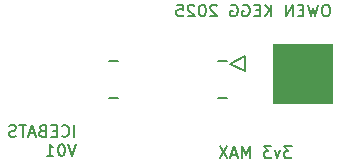
<source format=gbr>
%TF.GenerationSoftware,KiCad,Pcbnew,9.0.2*%
%TF.CreationDate,2025-06-09T13:24:08-05:00*%
%TF.ProjectId,ICEBATS384,49434542-4154-4533-9338-342e6b696361,rev?*%
%TF.SameCoordinates,Original*%
%TF.FileFunction,Legend,Bot*%
%TF.FilePolarity,Positive*%
%FSLAX46Y46*%
G04 Gerber Fmt 4.6, Leading zero omitted, Abs format (unit mm)*
G04 Created by KiCad (PCBNEW 9.0.2) date 2025-06-09 13:24:08*
%MOMM*%
%LPD*%
G01*
G04 APERTURE LIST*
%ADD10C,0.150000*%
%ADD11C,0.100000*%
%ADD12C,0.152400*%
%ADD13R,0.220000X0.900000*%
%ADD14R,0.500000X0.850000*%
%ADD15C,2.200000*%
G04 APERTURE END LIST*
D10*
X50458458Y-45669819D02*
X49839411Y-45669819D01*
X49839411Y-45669819D02*
X50172744Y-46050771D01*
X50172744Y-46050771D02*
X50029887Y-46050771D01*
X50029887Y-46050771D02*
X49934649Y-46098390D01*
X49934649Y-46098390D02*
X49887030Y-46146009D01*
X49887030Y-46146009D02*
X49839411Y-46241247D01*
X49839411Y-46241247D02*
X49839411Y-46479342D01*
X49839411Y-46479342D02*
X49887030Y-46574580D01*
X49887030Y-46574580D02*
X49934649Y-46622200D01*
X49934649Y-46622200D02*
X50029887Y-46669819D01*
X50029887Y-46669819D02*
X50315601Y-46669819D01*
X50315601Y-46669819D02*
X50410839Y-46622200D01*
X50410839Y-46622200D02*
X50458458Y-46574580D01*
X49506077Y-46003152D02*
X49267982Y-46669819D01*
X49267982Y-46669819D02*
X49029887Y-46003152D01*
X48744172Y-45669819D02*
X48125125Y-45669819D01*
X48125125Y-45669819D02*
X48458458Y-46050771D01*
X48458458Y-46050771D02*
X48315601Y-46050771D01*
X48315601Y-46050771D02*
X48220363Y-46098390D01*
X48220363Y-46098390D02*
X48172744Y-46146009D01*
X48172744Y-46146009D02*
X48125125Y-46241247D01*
X48125125Y-46241247D02*
X48125125Y-46479342D01*
X48125125Y-46479342D02*
X48172744Y-46574580D01*
X48172744Y-46574580D02*
X48220363Y-46622200D01*
X48220363Y-46622200D02*
X48315601Y-46669819D01*
X48315601Y-46669819D02*
X48601315Y-46669819D01*
X48601315Y-46669819D02*
X48696553Y-46622200D01*
X48696553Y-46622200D02*
X48744172Y-46574580D01*
X46934648Y-46669819D02*
X46934648Y-45669819D01*
X46934648Y-45669819D02*
X46601315Y-46384104D01*
X46601315Y-46384104D02*
X46267982Y-45669819D01*
X46267982Y-45669819D02*
X46267982Y-46669819D01*
X45839410Y-46384104D02*
X45363220Y-46384104D01*
X45934648Y-46669819D02*
X45601315Y-45669819D01*
X45601315Y-45669819D02*
X45267982Y-46669819D01*
X45029886Y-45669819D02*
X44363220Y-46669819D01*
X44363220Y-45669819D02*
X45029886Y-46669819D01*
X53472744Y-33669819D02*
X53282268Y-33669819D01*
X53282268Y-33669819D02*
X53187030Y-33717438D01*
X53187030Y-33717438D02*
X53091792Y-33812676D01*
X53091792Y-33812676D02*
X53044173Y-34003152D01*
X53044173Y-34003152D02*
X53044173Y-34336485D01*
X53044173Y-34336485D02*
X53091792Y-34526961D01*
X53091792Y-34526961D02*
X53187030Y-34622200D01*
X53187030Y-34622200D02*
X53282268Y-34669819D01*
X53282268Y-34669819D02*
X53472744Y-34669819D01*
X53472744Y-34669819D02*
X53567982Y-34622200D01*
X53567982Y-34622200D02*
X53663220Y-34526961D01*
X53663220Y-34526961D02*
X53710839Y-34336485D01*
X53710839Y-34336485D02*
X53710839Y-34003152D01*
X53710839Y-34003152D02*
X53663220Y-33812676D01*
X53663220Y-33812676D02*
X53567982Y-33717438D01*
X53567982Y-33717438D02*
X53472744Y-33669819D01*
X52710839Y-33669819D02*
X52472744Y-34669819D01*
X52472744Y-34669819D02*
X52282268Y-33955533D01*
X52282268Y-33955533D02*
X52091792Y-34669819D01*
X52091792Y-34669819D02*
X51853697Y-33669819D01*
X51472744Y-34146009D02*
X51139411Y-34146009D01*
X50996554Y-34669819D02*
X51472744Y-34669819D01*
X51472744Y-34669819D02*
X51472744Y-33669819D01*
X51472744Y-33669819D02*
X50996554Y-33669819D01*
X50567982Y-34669819D02*
X50567982Y-33669819D01*
X50567982Y-33669819D02*
X49996554Y-34669819D01*
X49996554Y-34669819D02*
X49996554Y-33669819D01*
X48758458Y-34669819D02*
X48758458Y-33669819D01*
X48187030Y-34669819D02*
X48615601Y-34098390D01*
X48187030Y-33669819D02*
X48758458Y-34241247D01*
X47758458Y-34146009D02*
X47425125Y-34146009D01*
X47282268Y-34669819D02*
X47758458Y-34669819D01*
X47758458Y-34669819D02*
X47758458Y-33669819D01*
X47758458Y-33669819D02*
X47282268Y-33669819D01*
X46329887Y-33717438D02*
X46425125Y-33669819D01*
X46425125Y-33669819D02*
X46567982Y-33669819D01*
X46567982Y-33669819D02*
X46710839Y-33717438D01*
X46710839Y-33717438D02*
X46806077Y-33812676D01*
X46806077Y-33812676D02*
X46853696Y-33907914D01*
X46853696Y-33907914D02*
X46901315Y-34098390D01*
X46901315Y-34098390D02*
X46901315Y-34241247D01*
X46901315Y-34241247D02*
X46853696Y-34431723D01*
X46853696Y-34431723D02*
X46806077Y-34526961D01*
X46806077Y-34526961D02*
X46710839Y-34622200D01*
X46710839Y-34622200D02*
X46567982Y-34669819D01*
X46567982Y-34669819D02*
X46472744Y-34669819D01*
X46472744Y-34669819D02*
X46329887Y-34622200D01*
X46329887Y-34622200D02*
X46282268Y-34574580D01*
X46282268Y-34574580D02*
X46282268Y-34241247D01*
X46282268Y-34241247D02*
X46472744Y-34241247D01*
X45329887Y-33717438D02*
X45425125Y-33669819D01*
X45425125Y-33669819D02*
X45567982Y-33669819D01*
X45567982Y-33669819D02*
X45710839Y-33717438D01*
X45710839Y-33717438D02*
X45806077Y-33812676D01*
X45806077Y-33812676D02*
X45853696Y-33907914D01*
X45853696Y-33907914D02*
X45901315Y-34098390D01*
X45901315Y-34098390D02*
X45901315Y-34241247D01*
X45901315Y-34241247D02*
X45853696Y-34431723D01*
X45853696Y-34431723D02*
X45806077Y-34526961D01*
X45806077Y-34526961D02*
X45710839Y-34622200D01*
X45710839Y-34622200D02*
X45567982Y-34669819D01*
X45567982Y-34669819D02*
X45472744Y-34669819D01*
X45472744Y-34669819D02*
X45329887Y-34622200D01*
X45329887Y-34622200D02*
X45282268Y-34574580D01*
X45282268Y-34574580D02*
X45282268Y-34241247D01*
X45282268Y-34241247D02*
X45472744Y-34241247D01*
X44139410Y-33765057D02*
X44091791Y-33717438D01*
X44091791Y-33717438D02*
X43996553Y-33669819D01*
X43996553Y-33669819D02*
X43758458Y-33669819D01*
X43758458Y-33669819D02*
X43663220Y-33717438D01*
X43663220Y-33717438D02*
X43615601Y-33765057D01*
X43615601Y-33765057D02*
X43567982Y-33860295D01*
X43567982Y-33860295D02*
X43567982Y-33955533D01*
X43567982Y-33955533D02*
X43615601Y-34098390D01*
X43615601Y-34098390D02*
X44187029Y-34669819D01*
X44187029Y-34669819D02*
X43567982Y-34669819D01*
X42948934Y-33669819D02*
X42853696Y-33669819D01*
X42853696Y-33669819D02*
X42758458Y-33717438D01*
X42758458Y-33717438D02*
X42710839Y-33765057D01*
X42710839Y-33765057D02*
X42663220Y-33860295D01*
X42663220Y-33860295D02*
X42615601Y-34050771D01*
X42615601Y-34050771D02*
X42615601Y-34288866D01*
X42615601Y-34288866D02*
X42663220Y-34479342D01*
X42663220Y-34479342D02*
X42710839Y-34574580D01*
X42710839Y-34574580D02*
X42758458Y-34622200D01*
X42758458Y-34622200D02*
X42853696Y-34669819D01*
X42853696Y-34669819D02*
X42948934Y-34669819D01*
X42948934Y-34669819D02*
X43044172Y-34622200D01*
X43044172Y-34622200D02*
X43091791Y-34574580D01*
X43091791Y-34574580D02*
X43139410Y-34479342D01*
X43139410Y-34479342D02*
X43187029Y-34288866D01*
X43187029Y-34288866D02*
X43187029Y-34050771D01*
X43187029Y-34050771D02*
X43139410Y-33860295D01*
X43139410Y-33860295D02*
X43091791Y-33765057D01*
X43091791Y-33765057D02*
X43044172Y-33717438D01*
X43044172Y-33717438D02*
X42948934Y-33669819D01*
X42234648Y-33765057D02*
X42187029Y-33717438D01*
X42187029Y-33717438D02*
X42091791Y-33669819D01*
X42091791Y-33669819D02*
X41853696Y-33669819D01*
X41853696Y-33669819D02*
X41758458Y-33717438D01*
X41758458Y-33717438D02*
X41710839Y-33765057D01*
X41710839Y-33765057D02*
X41663220Y-33860295D01*
X41663220Y-33860295D02*
X41663220Y-33955533D01*
X41663220Y-33955533D02*
X41710839Y-34098390D01*
X41710839Y-34098390D02*
X42282267Y-34669819D01*
X42282267Y-34669819D02*
X41663220Y-34669819D01*
X40758458Y-33669819D02*
X41234648Y-33669819D01*
X41234648Y-33669819D02*
X41282267Y-34146009D01*
X41282267Y-34146009D02*
X41234648Y-34098390D01*
X41234648Y-34098390D02*
X41139410Y-34050771D01*
X41139410Y-34050771D02*
X40901315Y-34050771D01*
X40901315Y-34050771D02*
X40806077Y-34098390D01*
X40806077Y-34098390D02*
X40758458Y-34146009D01*
X40758458Y-34146009D02*
X40710839Y-34241247D01*
X40710839Y-34241247D02*
X40710839Y-34479342D01*
X40710839Y-34479342D02*
X40758458Y-34574580D01*
X40758458Y-34574580D02*
X40806077Y-34622200D01*
X40806077Y-34622200D02*
X40901315Y-34669819D01*
X40901315Y-34669819D02*
X41139410Y-34669819D01*
X41139410Y-34669819D02*
X41234648Y-34622200D01*
X41234648Y-34622200D02*
X41282267Y-34574580D01*
X32063220Y-44859875D02*
X32063220Y-43859875D01*
X31015602Y-44764636D02*
X31063221Y-44812256D01*
X31063221Y-44812256D02*
X31206078Y-44859875D01*
X31206078Y-44859875D02*
X31301316Y-44859875D01*
X31301316Y-44859875D02*
X31444173Y-44812256D01*
X31444173Y-44812256D02*
X31539411Y-44717017D01*
X31539411Y-44717017D02*
X31587030Y-44621779D01*
X31587030Y-44621779D02*
X31634649Y-44431303D01*
X31634649Y-44431303D02*
X31634649Y-44288446D01*
X31634649Y-44288446D02*
X31587030Y-44097970D01*
X31587030Y-44097970D02*
X31539411Y-44002732D01*
X31539411Y-44002732D02*
X31444173Y-43907494D01*
X31444173Y-43907494D02*
X31301316Y-43859875D01*
X31301316Y-43859875D02*
X31206078Y-43859875D01*
X31206078Y-43859875D02*
X31063221Y-43907494D01*
X31063221Y-43907494D02*
X31015602Y-43955113D01*
X30587030Y-44336065D02*
X30253697Y-44336065D01*
X30110840Y-44859875D02*
X30587030Y-44859875D01*
X30587030Y-44859875D02*
X30587030Y-43859875D01*
X30587030Y-43859875D02*
X30110840Y-43859875D01*
X29348935Y-44336065D02*
X29206078Y-44383684D01*
X29206078Y-44383684D02*
X29158459Y-44431303D01*
X29158459Y-44431303D02*
X29110840Y-44526541D01*
X29110840Y-44526541D02*
X29110840Y-44669398D01*
X29110840Y-44669398D02*
X29158459Y-44764636D01*
X29158459Y-44764636D02*
X29206078Y-44812256D01*
X29206078Y-44812256D02*
X29301316Y-44859875D01*
X29301316Y-44859875D02*
X29682268Y-44859875D01*
X29682268Y-44859875D02*
X29682268Y-43859875D01*
X29682268Y-43859875D02*
X29348935Y-43859875D01*
X29348935Y-43859875D02*
X29253697Y-43907494D01*
X29253697Y-43907494D02*
X29206078Y-43955113D01*
X29206078Y-43955113D02*
X29158459Y-44050351D01*
X29158459Y-44050351D02*
X29158459Y-44145589D01*
X29158459Y-44145589D02*
X29206078Y-44240827D01*
X29206078Y-44240827D02*
X29253697Y-44288446D01*
X29253697Y-44288446D02*
X29348935Y-44336065D01*
X29348935Y-44336065D02*
X29682268Y-44336065D01*
X28729887Y-44574160D02*
X28253697Y-44574160D01*
X28825125Y-44859875D02*
X28491792Y-43859875D01*
X28491792Y-43859875D02*
X28158459Y-44859875D01*
X27967982Y-43859875D02*
X27396554Y-43859875D01*
X27682268Y-44859875D02*
X27682268Y-43859875D01*
X27110839Y-44812256D02*
X26967982Y-44859875D01*
X26967982Y-44859875D02*
X26729887Y-44859875D01*
X26729887Y-44859875D02*
X26634649Y-44812256D01*
X26634649Y-44812256D02*
X26587030Y-44764636D01*
X26587030Y-44764636D02*
X26539411Y-44669398D01*
X26539411Y-44669398D02*
X26539411Y-44574160D01*
X26539411Y-44574160D02*
X26587030Y-44478922D01*
X26587030Y-44478922D02*
X26634649Y-44431303D01*
X26634649Y-44431303D02*
X26729887Y-44383684D01*
X26729887Y-44383684D02*
X26920363Y-44336065D01*
X26920363Y-44336065D02*
X27015601Y-44288446D01*
X27015601Y-44288446D02*
X27063220Y-44240827D01*
X27063220Y-44240827D02*
X27110839Y-44145589D01*
X27110839Y-44145589D02*
X27110839Y-44050351D01*
X27110839Y-44050351D02*
X27063220Y-43955113D01*
X27063220Y-43955113D02*
X27015601Y-43907494D01*
X27015601Y-43907494D02*
X26920363Y-43859875D01*
X26920363Y-43859875D02*
X26682268Y-43859875D01*
X26682268Y-43859875D02*
X26539411Y-43907494D01*
X32206077Y-45469819D02*
X31872744Y-46469819D01*
X31872744Y-46469819D02*
X31539411Y-45469819D01*
X31015601Y-45469819D02*
X30920363Y-45469819D01*
X30920363Y-45469819D02*
X30825125Y-45517438D01*
X30825125Y-45517438D02*
X30777506Y-45565057D01*
X30777506Y-45565057D02*
X30729887Y-45660295D01*
X30729887Y-45660295D02*
X30682268Y-45850771D01*
X30682268Y-45850771D02*
X30682268Y-46088866D01*
X30682268Y-46088866D02*
X30729887Y-46279342D01*
X30729887Y-46279342D02*
X30777506Y-46374580D01*
X30777506Y-46374580D02*
X30825125Y-46422200D01*
X30825125Y-46422200D02*
X30920363Y-46469819D01*
X30920363Y-46469819D02*
X31015601Y-46469819D01*
X31015601Y-46469819D02*
X31110839Y-46422200D01*
X31110839Y-46422200D02*
X31158458Y-46374580D01*
X31158458Y-46374580D02*
X31206077Y-46279342D01*
X31206077Y-46279342D02*
X31253696Y-46088866D01*
X31253696Y-46088866D02*
X31253696Y-45850771D01*
X31253696Y-45850771D02*
X31206077Y-45660295D01*
X31206077Y-45660295D02*
X31158458Y-45565057D01*
X31158458Y-45565057D02*
X31110839Y-45517438D01*
X31110839Y-45517438D02*
X31015601Y-45469819D01*
X29729887Y-46469819D02*
X30301315Y-46469819D01*
X30015601Y-46469819D02*
X30015601Y-45469819D01*
X30015601Y-45469819D02*
X30110839Y-45612676D01*
X30110839Y-45612676D02*
X30206077Y-45707914D01*
X30206077Y-45707914D02*
X30301315Y-45755533D01*
D11*
X48900000Y-37000000D02*
X53900000Y-37000000D01*
X53900000Y-42000000D01*
X48900000Y-42000000D01*
X48900000Y-37000000D01*
G36*
X48900000Y-37000000D02*
G01*
X53900000Y-37000000D01*
X53900000Y-42000000D01*
X48900000Y-42000000D01*
X48900000Y-37000000D01*
G37*
D12*
%TO.C,J2*%
X46523990Y-38050000D02*
X46523990Y-39320000D01*
X46523990Y-39320000D02*
X45253990Y-38685000D01*
X45253990Y-38685000D02*
X46523990Y-38050000D01*
X44999990Y-41565000D02*
X44230040Y-41565000D01*
X44230040Y-38435001D02*
X44999990Y-38435001D01*
X35769960Y-41565000D02*
X35000010Y-41565000D01*
X35000010Y-38435001D02*
X35769960Y-38435001D01*
%TD*%
%LPC*%
D13*
%TO.C,J2*%
X43800000Y-38685001D03*
X43400001Y-38685001D03*
X42999999Y-38685001D03*
X42600000Y-38685001D03*
X42200001Y-38685001D03*
X41799999Y-38685001D03*
X41400000Y-38685001D03*
X41000001Y-38685001D03*
X40600001Y-38685001D03*
X40200000Y-38685001D03*
X39800000Y-38685001D03*
X39400001Y-38685001D03*
X38999999Y-38685001D03*
X38600000Y-38685001D03*
X38200001Y-38685001D03*
X37799999Y-38685001D03*
X37400000Y-38685001D03*
X37000001Y-38685001D03*
X36600002Y-38685001D03*
X36200000Y-38685001D03*
X43800000Y-41314999D03*
X43400001Y-41314999D03*
X42999999Y-41314999D03*
X42600000Y-41314999D03*
X42200001Y-41314999D03*
X41799999Y-41314999D03*
X41400000Y-41314999D03*
X41000001Y-41314999D03*
X40600001Y-41314999D03*
X40200000Y-41314999D03*
X39800000Y-41314999D03*
X39400001Y-41314999D03*
X38999999Y-41314999D03*
X38600000Y-41314999D03*
X38200001Y-41314999D03*
X37799999Y-41314999D03*
X37400000Y-41314999D03*
X37000001Y-41314999D03*
X36600002Y-41314999D03*
X36200000Y-41314999D03*
D14*
X44600000Y-40740000D03*
X35400009Y-40740000D03*
X44600000Y-39260000D03*
X35400009Y-39260000D03*
%TD*%
D15*
%TO.C,REF\u002A\u002A*%
X52500000Y-45000000D03*
%TD*%
%TO.C,REF\u002A\u002A*%
X27500000Y-35000000D03*
%TD*%
%LPD*%
M02*

</source>
